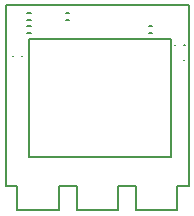
<source format=gto>
G04*
G04 #@! TF.GenerationSoftware,Altium Limited,Altium Designer,20.0.7 (75)*
G04*
G04 Layer_Color=65535*
%FSLAX44Y44*%
%MOMM*%
G71*
G01*
G75*
%ADD10C,0.1500*%
%ADD11C,0.2000*%
D10*
X12610Y-391D02*
Y19609D01*
Y-391D02*
X47610D01*
Y19609D01*
X62610Y-391D02*
Y19609D01*
Y-391D02*
X97610D01*
Y19609D01*
X112610Y-391D02*
Y19609D01*
Y-391D02*
X147610D01*
Y19609D01*
X2641D02*
X12610D01*
X2500Y19750D02*
Y172750D01*
X157500D01*
Y19750D02*
Y172750D01*
X147610Y19609D02*
X157359D01*
X97610D02*
X112610D01*
X47610D02*
X62610D01*
X157359D02*
X157500Y19750D01*
X2500D02*
X2641Y19609D01*
X22610Y94609D02*
Y144609D01*
X142610D01*
Y44609D02*
Y144609D01*
X22610Y44609D02*
X142610D01*
X22610D02*
Y94609D01*
D11*
X8483Y129610D02*
X8860Y129609D01*
X16360D02*
X16737Y129608D01*
X21000Y160500D02*
X24000D01*
X21000Y166500D02*
X24000D01*
X21110Y155109D02*
X24110D01*
X21110Y149109D02*
X24110D01*
X53500Y160500D02*
X56500D01*
X53500Y166500D02*
X56500D01*
X123610Y155109D02*
X126610D01*
X123610Y149109D02*
X126610D01*
X153860Y139609D02*
X154237Y139608D01*
X145983Y139610D02*
X146360Y139609D01*
X153421Y126860D02*
X153798Y126859D01*
M02*

</source>
